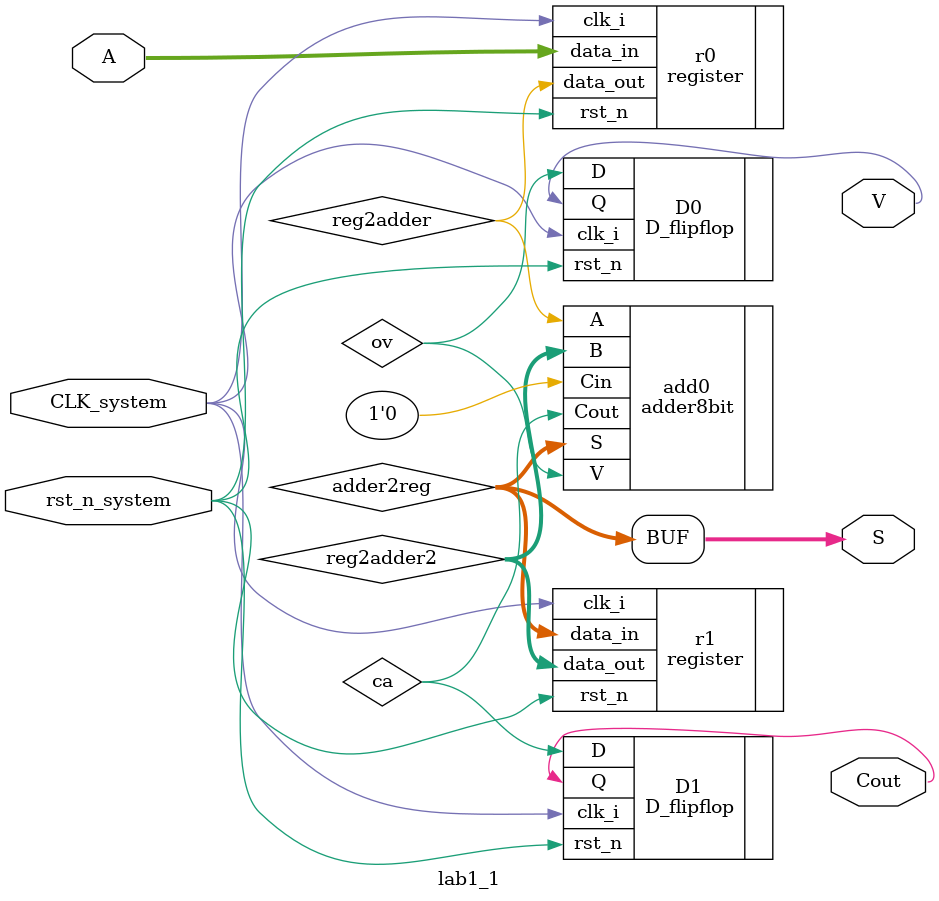
<source format=sv>
module lab1_1(
	input [7:0] A,
	input CLK_system,
	input rst_n_system,
	output [7:0] S,
	output Cout,
	output V
);

wire [7:0]reg2adder1;
wire [7:0]reg2adder2;
wire [7:0]adder2reg;
wire ca;
wire ov;

assign S = adder2reg ;
register r0(
 .rst_n(rst_n_system),
	 .clk_i(CLK_system),
	 .data_in(A),
	.data_out(reg2adder)
);
register r1(
 .rst_n(rst_n_system),
	 .clk_i(CLK_system),
	 .data_in(adder2reg),
	.data_out(reg2adder2)
);
 adder8bit add0(
	 .A(reg2adder),
	 .B(reg2adder2),
	 .Cin(1'b0),
	 .S(adder2reg),
	 .Cout(ca),
	 .V(ov)
);
 D_flipflop D0(
	 .clk_i(CLK_system),
	 .rst_n(rst_n_system),
	 .D(ov),
	 .Q(V)
);
 D_flipflop D1(
	 .clk_i(CLK_system),
	 .rst_n(rst_n_system),
	 .D(ca),
	 .Q(Cout)
);

endmodule 
</source>
